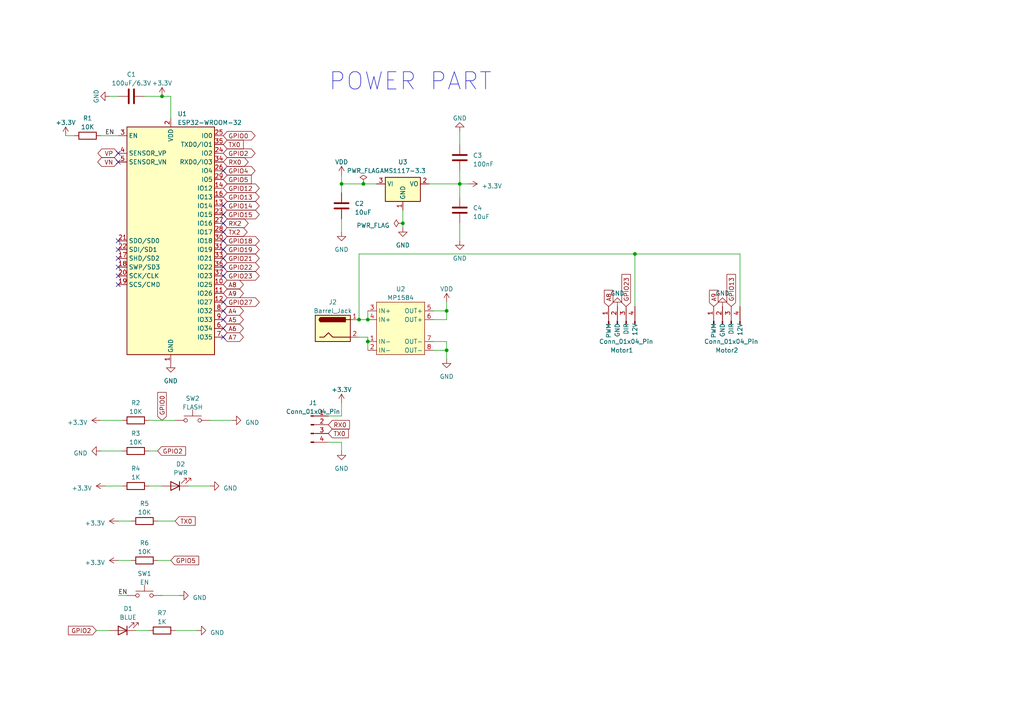
<source format=kicad_sch>
(kicad_sch (version 20230121) (generator eeschema)
  (paper "A4")
  (lib_symbols
    (symbol "Conn_01x04_Pin_1" (pin_names (offset 1.016))
      (property "Reference" "Motor1" (at -7.62 -1.27 90))
      (property "Value" "Conn_01x04_Pin" (at -5.08 -2.54 90))
      (symbol "Conn_01x04_Pin_1_1_1"
        (rectangle (start 0 -4.953) (end 0.8636 -5.207) (stroke (width 0.1524)) (fill (type outline)))
        (polyline (pts (xy 1.27 -5.08) (xy 0.8636 -5.08)) (stroke (width 0.1524)))
        (polyline (pts (xy 1.27 -2.54) (xy 0.8636 -2.54)) (stroke (width 0.1524)))
        (polyline (pts (xy 1.27 0) (xy 0.8636 0)) (stroke (width 0.1524)))
        (polyline (pts (xy 1.27 2.54) (xy 0.8636 2.54)) (stroke (width 0.1524)))
        (rectangle (start 0.8636 -2.413) (end 0 -2.667) (stroke (width 0.1524)) (fill (type outline)))
        (rectangle (start 0.8636 0.127) (end 0 -0.127) (stroke (width 0.1524)) (fill (type outline)))
        (rectangle (start 0.8636 2.667) (end 0 2.413) (stroke (width 0.1524)) (fill (type outline)))
        (pin passive line (at 5.08 2.54 180) (length 3.81) (name "PWM") (number "1"))
        (pin passive line (at 5.08 0 180) (length 3.81) (name "GND") (number "2"))
        (pin passive line (at 5.08 -2.54 180) (length 3.81) (name "DIR") (number "3"))
        (pin passive line (at 5.08 -5.08 180) (length 3.81) (name "12V") (number "4"))
      )
    )
    (symbol "Conn_01x04_Pin_2" (pin_names (offset 1.016))
      (property "Reference" "Motor2" (at -7.62 -1.27 90))
      (property "Value" "Conn_01x04_Pin" (at -5.08 -2.54 90))
      (symbol "Conn_01x04_Pin_2_1_1"
        (polyline (pts (xy 1.27 -5.08) (xy 0.8636 -5.08)) (stroke (width 0.1524)))
        (polyline (pts (xy 1.27 -2.54) (xy 0.8636 -2.54)) (stroke (width 0.1524)))
        (polyline (pts (xy 1.27 0) (xy 0.8636 0)) (stroke (width 0.1524)))
        (polyline (pts (xy 1.27 2.54) (xy 0.8636 2.54)) (stroke (width 0.1524)))
        (rectangle (start 0.8636 -4.953) (end 0 -5.207) (stroke (width 0.1524)) (fill (type outline)))
        (rectangle (start 0.8636 -2.413) (end 0 -2.667) (stroke (width 0.1524)) (fill (type outline)))
        (rectangle (start 0.8636 0.127) (end 0 -0.127) (stroke (width 0.1524)) (fill (type outline)))
        (rectangle (start 0.8636 2.667) (end 0 2.413) (stroke (width 0.1524)) (fill (type outline)))
        (pin passive line (at 5.08 2.54 180) (length 3.81) (name "PWM") (number "1"))
        (pin passive line (at 5.08 0 180) (length 3.81) (name "GND") (number "2"))
        (pin passive line (at 5.08 -2.54 180) (length 3.81) (name "DIR") (number "3"))
        (pin passive line (at 5.08 -5.08 180) (length 3.81) (name "12V") (number "4"))
      )
    )
    (symbol "Connector:Barrel_Jack" (pin_names (offset 1.016))
      (property "Reference" "J" (at 0 5.334 0))
      (property "Value" "Barrel_Jack" (at 0 -5.08 0))
      (symbol "Barrel_Jack_0_1"
        (rectangle (start -5.08 3.81) (end 5.08 -3.81) (stroke (width 0.254)) (fill (type background)))
        (arc (start -3.302 3.175) (mid -3.9343 2.54) (end -3.302 1.905) (stroke (width 0.254)))
        (arc (start -3.302 3.175) (mid -3.9343 2.54) (end -3.302 1.905) (stroke (width 0.254)) (fill (type outline)))
        (polyline (pts (xy 5.08 2.54) (xy 3.81 2.54)) (stroke (width 0.254)))
        (polyline (pts (xy -3.81 -2.54) (xy -2.54 -2.54) (xy -1.27 -1.27) (xy 0 -2.54) (xy 2.54 -2.54) (xy 5.08 -2.54)) (stroke (width 0.254)))
        (rectangle (start 3.683 3.175) (end -3.302 1.905) (stroke (width 0.254)) (fill (type outline)))
      )
      (symbol "Barrel_Jack_1_1"
        (pin passive line (at 7.62 2.54 180) (length 2.54) (name "~") (number "1"))
        (pin passive line (at 7.62 -2.54 180) (length 2.54) (name "~") (number "2"))
      )
    )
    (symbol "Connector:Conn_01x04_Pin" (pin_names (offset 1.016) hide)
      (property "Reference" "J" (at 0 5.08 0))
      (property "Value" "Conn_01x04_Pin" (at 0 -7.62 0))
      (symbol "Conn_01x04_Pin_1_1"
        (polyline (pts (xy 1.27 -5.08) (xy 0.8636 -5.08)) (stroke (width 0.1524)))
        (polyline (pts (xy 1.27 -2.54) (xy 0.8636 -2.54)) (stroke (width 0.1524)))
        (polyline (pts (xy 1.27 0) (xy 0.8636 0)) (stroke (width 0.1524)))
        (polyline (pts (xy 1.27 2.54) (xy 0.8636 2.54)) (stroke (width 0.1524)))
        (rectangle (start 0.8636 -4.953) (end 0 -5.207) (stroke (width 0.1524)) (fill (type outline)))
        (rectangle (start 0.8636 -2.413) (end 0 -2.667) (stroke (width 0.1524)) (fill (type outline)))
        (rectangle (start 0.8636 0.127) (end 0 -0.127) (stroke (width 0.1524)) (fill (type outline)))
        (rectangle (start 0.8636 2.667) (end 0 2.413) (stroke (width 0.1524)) (fill (type outline)))
        (pin passive line (at 5.08 2.54 180) (length 3.81) (name "Pin_1") (number "1"))
        (pin passive line (at 5.08 0 180) (length 3.81) (name "Pin_2") (number "2"))
        (pin passive line (at 5.08 -2.54 180) (length 3.81) (name "Pin_3") (number "3"))
        (pin passive line (at 5.08 -5.08 180) (length 3.81) (name "Pin_4") (number "4"))
      )
    )
    (symbol "Device:C" (pin_numbers hide) (pin_names (offset 0.254))
      (property "Reference" "C" (at 0.635 2.54 0))
      (property "Value" "C" (at 0.635 -2.54 0))
      (symbol "C_0_1"
        (polyline (pts (xy -2.032 -0.762) (xy 2.032 -0.762)) (stroke (width 0.508)))
        (polyline (pts (xy -2.032 0.762) (xy 2.032 0.762)) (stroke (width 0.508)))
      )
      (symbol "C_1_1"
        (pin passive line (at 0 3.81 270) (length 2.794) (name "~") (number "1"))
        (pin passive line (at 0 -3.81 90) (length 2.794) (name "~") (number "2"))
      )
    )
    (symbol "Device:LED" (pin_numbers hide) (pin_names (offset 1.016) hide)
      (property "Reference" "D" (at 0 2.54 0))
      (property "Value" "LED" (at 0 -2.54 0))
      (symbol "LED_0_1"
        (polyline (pts (xy -1.27 -1.27) (xy -1.27 1.27)) (stroke (width 0.254)))
        (polyline (pts (xy -1.27 0) (xy 1.27 0)))
        (polyline (pts (xy 1.27 -1.27) (xy 1.27 1.27) (xy -1.27 0) (xy 1.27 -1.27)) (stroke (width 0.254)))
        (polyline (pts (xy -3.048 -0.762) (xy -4.572 -2.286) (xy -3.81 -2.286) (xy -4.572 -2.286) (xy -4.572 -1.524)))
        (polyline (pts (xy -1.778 -0.762) (xy -3.302 -2.286) (xy -2.54 -2.286) (xy -3.302 -2.286) (xy -3.302 -1.524)))
      )
      (symbol "LED_1_1"
        (pin passive line (at -3.81 0 0) (length 2.54) (name "K") (number "1"))
        (pin passive line (at 3.81 0 180) (length 2.54) (name "A") (number "2"))
      )
    )
    (symbol "Device:R" (pin_numbers hide) (pin_names (offset 0))
      (property "Reference" "R" (at 2.032 0 90))
      (property "Value" "R" (at 0 0 90))
      (symbol "R_0_1"
        (rectangle (start -1.016 -2.54) (end 1.016 2.54) (stroke (width 0.254)))
      )
      (symbol "R_1_1"
        (pin passive line (at 0 3.81 270) (length 1.27) (name "~") (number "1"))
        (pin passive line (at 0 -3.81 90) (length 1.27) (name "~") (number "2"))
      )
    )
    (symbol "Lib:MP1584"
      (property "Reference" "U" (at 0 2.54 0))
      (property "Value" "MP1584" (at 2.54 5.08 0))
      (symbol "MP1584_1_1"
        (rectangle (start -3.81 1.27) (end 10.16 -13.97) (fill (type background)))
        (pin input line (at -6.35 -10.16 0) (length 2.54) (name "IN-") (number "1"))
        (pin input line (at -6.35 -12.7 0) (length 2.54) (name "IN-") (number "2"))
        (pin input line (at -6.35 -1.27 0) (length 2.54) (name "IN+") (number "3"))
        (pin input line (at -6.35 -3.81 0) (length 2.54) (name "IN+") (number "4"))
        (pin input line (at 12.7 -1.27 180) (length 2.54) (name "OUT+") (number "5"))
        (pin input line (at 12.7 -3.81 180) (length 2.54) (name "OUT+") (number "6"))
        (pin input line (at 12.7 -10.16 180) (length 2.54) (name "OUT-") (number "7"))
        (pin input line (at 12.7 -12.7 180) (length 2.54) (name "OUT-") (number "8"))
      )
    )
    (symbol "RF_Module:ESP32-WROOM-32"
      (property "Reference" "U" (at -12.7 34.29 0))
      (property "Value" "ESP32-WROOM-32" (at 1.27 34.29 0))
      (symbol "ESP32-WROOM-32_0_1"
        (rectangle (start -12.7 33.02) (end 12.7 -33.02) (stroke (width 0.254)) (fill (type background)))
      )
      (symbol "ESP32-WROOM-32_1_1"
        (pin power_in line (at 0 -35.56 90) (length 2.54) (name "GND") (number "1"))
        (pin bidirectional line (at 15.24 -12.7 180) (length 2.54) (name "IO25") (number "10"))
        (pin bidirectional line (at 15.24 -15.24 180) (length 2.54) (name "IO26") (number "11"))
        (pin bidirectional line (at 15.24 -17.78 180) (length 2.54) (name "IO27") (number "12"))
        (pin bidirectional line (at 15.24 10.16 180) (length 2.54) (name "IO14") (number "13"))
        (pin bidirectional line (at 15.24 15.24 180) (length 2.54) (name "IO12") (number "14"))
        (pin passive line (at 0 -35.56 90) (length 2.54) hide (name "GND") (number "15"))
        (pin bidirectional line (at 15.24 12.7 180) (length 2.54) (name "IO13") (number "16"))
        (pin bidirectional line (at -15.24 -5.08 0) (length 2.54) (name "SHD/SD2") (number "17"))
        (pin bidirectional line (at -15.24 -7.62 0) (length 2.54) (name "SWP/SD3") (number "18"))
        (pin bidirectional line (at -15.24 -12.7 0) (length 2.54) (name "SCS/CMD") (number "19"))
        (pin power_in line (at 0 35.56 270) (length 2.54) (name "VDD") (number "2"))
        (pin bidirectional line (at -15.24 -10.16 0) (length 2.54) (name "SCK/CLK") (number "20"))
        (pin bidirectional line (at -15.24 0 0) (length 2.54) (name "SDO/SD0") (number "21"))
        (pin bidirectional line (at -15.24 -2.54 0) (length 2.54) (name "SDI/SD1") (number "22"))
        (pin bidirectional line (at 15.24 7.62 180) (length 2.54) (name "IO15") (number "23"))
        (pin bidirectional line (at 15.24 25.4 180) (length 2.54) (name "IO2") (number "24"))
        (pin bidirectional line (at 15.24 30.48 180) (length 2.54) (name "IO0") (number "25"))
        (pin bidirectional line (at 15.24 20.32 180) (length 2.54) (name "IO4") (number "26"))
        (pin bidirectional line (at 15.24 5.08 180) (length 2.54) (name "IO16") (number "27"))
        (pin bidirectional line (at 15.24 2.54 180) (length 2.54) (name "IO17") (number "28"))
        (pin bidirectional line (at 15.24 17.78 180) (length 2.54) (name "IO5") (number "29"))
        (pin input line (at -15.24 30.48 0) (length 2.54) (name "EN") (number "3"))
        (pin bidirectional line (at 15.24 0 180) (length 2.54) (name "IO18") (number "30"))
        (pin bidirectional line (at 15.24 -2.54 180) (length 2.54) (name "IO19") (number "31"))
        (pin no_connect line (at -12.7 -27.94 0) (length 2.54) hide (name "NC") (number "32"))
        (pin bidirectional line (at 15.24 -5.08 180) (length 2.54) (name "IO21") (number "33"))
        (pin bidirectional line (at 15.24 22.86 180) (length 2.54) (name "RXD0/IO3") (number "34"))
        (pin bidirectional line (at 15.24 27.94 180) (length 2.54) (name "TXD0/IO1") (number "35"))
        (pin bidirectional line (at 15.24 -7.62 180) (length 2.54) (name "IO22") (number "36"))
        (pin bidirectional line (at 15.24 -10.16 180) (length 2.54) (name "IO23") (number "37"))
        (pin passive line (at 0 -35.56 90) (length 2.54) hide (name "GND") (number "38"))
        (pin passive line (at 0 -35.56 90) (length 2.54) hide (name "GND") (number "39"))
        (pin input line (at -15.24 25.4 0) (length 2.54) (name "SENSOR_VP") (number "4"))
        (pin input line (at -15.24 22.86 0) (length 2.54) (name "SENSOR_VN") (number "5"))
        (pin input line (at 15.24 -25.4 180) (length 2.54) (name "IO34") (number "6"))
        (pin input line (at 15.24 -27.94 180) (length 2.54) (name "IO35") (number "7"))
        (pin bidirectional line (at 15.24 -20.32 180) (length 2.54) (name "IO32") (number "8"))
        (pin bidirectional line (at 15.24 -22.86 180) (length 2.54) (name "IO33") (number "9"))
      )
    )
    (symbol "Regulator_Linear:AMS1117-3.3"
      (property "Reference" "U" (at -3.81 3.175 0))
      (property "Value" "AMS1117-3.3" (at 0 3.175 0))
      (symbol "AMS1117-3.3_0_1"
        (rectangle (start -5.08 -5.08) (end 5.08 1.905) (stroke (width 0.254)) (fill (type background)))
      )
      (symbol "AMS1117-3.3_1_1"
        (pin power_in line (at 0 -7.62 90) (length 2.54) (name "GND") (number "1"))
        (pin power_out line (at 7.62 0 180) (length 2.54) (name "VO") (number "2"))
        (pin power_in line (at -7.62 0 0) (length 2.54) (name "VI") (number "3"))
      )
    )
    (symbol "Switch:SW_Push" (pin_numbers hide) (pin_names (offset 1.016) hide)
      (property "Reference" "SW" (at 1.27 2.54 0))
      (property "Value" "SW_Push" (at 0 -1.524 0))
      (symbol "SW_Push_0_1"
        (circle (center -2.032 0) (radius 0.508))
        (polyline (pts (xy 0 1.27) (xy 0 3.048)))
        (polyline (pts (xy 2.54 1.27) (xy -2.54 1.27)))
        (circle (center 2.032 0) (radius 0.508))
        (pin passive line (at -5.08 0 0) (length 2.54) (name "1") (number "1"))
        (pin passive line (at 5.08 0 180) (length 2.54) (name "2") (number "2"))
      )
    )
    (symbol "power:+3.3V" (power) (pin_names (offset 0))
      (property "Value" "+3.3V" (at 0 3.556 0))
      (symbol "+3.3V_0_1"
        (polyline (pts (xy -0.762 1.27) (xy 0 2.54)))
        (polyline (pts (xy 0 0) (xy 0 2.54)))
        (polyline (pts (xy 0 2.54) (xy 0.762 1.27)))
      )
      (symbol "+3.3V_1_1"
        (pin power_in line (at 0 0 90) (length 0) hide (name "+3.3V") (number "1"))
      )
    )
    (symbol "power:GND" (power) (pin_names (offset 0))
      (property "Value" "GND" (at 0 -3.81 0))
      (symbol "GND_0_1"
        (polyline (pts (xy 0 0) (xy 0 -1.27) (xy 1.27 -1.27) (xy 0 -2.54) (xy -1.27 -1.27) (xy 0 -1.27)))
      )
      (symbol "GND_1_1"
        (pin power_in line (at 0 0 270) (length 0) hide (name "GND") (number "1"))
      )
    )
    (symbol "power:PWR_FLAG" (power) (pin_numbers hide) (pin_names (offset 0) hide)
      (property "Value" "PWR_FLAG" (at 0 3.81 0))
      (symbol "PWR_FLAG_0_0"
        (pin power_out line (at 0 0 90) (length 0) (name "pwr") (number "1"))
      )
      (symbol "PWR_FLAG_0_1"
        (polyline (pts (xy 0 0) (xy 0 1.27) (xy -1.016 1.905) (xy 0 2.54) (xy 1.016 1.905) (xy 0 1.27)))
      )
    )
    (symbol "power:VDD" (power) (pin_names (offset 0))
      (property "Value" "VDD" (at 0 3.81 0))
      (symbol "VDD_0_1"
        (polyline (pts (xy -0.762 1.27) (xy 0 2.54)))
        (polyline (pts (xy 0 0) (xy 0 2.54)))
        (polyline (pts (xy 0 2.54) (xy 0.762 1.27)))
      )
      (symbol "VDD_1_1"
        (pin power_in line (at 0 0 90) (length 0) hide (name "VDD") (number "1"))
      )
    )
  )
  (junction (at 129.54 90.17))
  (junction (at 99.06 53.34))
  (junction (at 184.15 73.66))
  (junction (at 104.14 92.71))
  (junction (at 106.68 99.06))
  (junction (at 106.68 92.71))
  (junction (at 105.41 53.34))
  (junction (at 116.84 64.77))
  (junction (at 133.35 53.34))
  (junction (at 129.54 101.6))
  (junction (at 46.99 27.94))
  (no_connect (at 64.77 92.71))
  (no_connect (at 64.77 95.25))
  (no_connect (at 34.29 69.85))
  (no_connect (at 64.77 87.63))
  (no_connect (at 34.29 80.01))
  (no_connect (at 64.77 64.77))
  (no_connect (at 34.29 77.47))
  (no_connect (at 64.77 59.69))
  (no_connect (at 64.77 49.53))
  (no_connect (at 34.29 44.45))
  (no_connect (at 64.77 90.17))
  (no_connect (at 64.77 74.93))
  (no_connect (at 64.77 77.47))
  (no_connect (at 64.77 67.31))
  (no_connect (at 64.77 80.01))
  (no_connect (at 64.77 97.79))
  (no_connect (at 34.29 74.93))
  (no_connect (at 64.77 69.85))
  (no_connect (at 34.29 82.55))
  (no_connect (at 64.77 62.23))
  (no_connect (at 64.77 72.39))
  (no_connect (at 34.29 46.99))
  (no_connect (at 34.29 72.39))
  (wire (pts (xy 29.21 130.81) (xy 35.56 130.81)))
  (wire (pts (xy 43.18 140.97) (xy 46.99 140.97)))
  (wire (pts (xy 54.61 140.97) (xy 60.96 140.97)))
  (wire (pts (xy 99.06 53.34) (xy 105.41 53.34)))
  (wire (pts (xy 29.21 39.37) (xy 34.29 39.37)))
  (wire (pts (xy 99.06 63.5) (xy 99.06 67.31)))
  (wire (pts (xy 106.68 92.71) (xy 106.68 90.17)))
  (wire (pts (xy 116.84 64.77) (xy 116.84 66.04)))
  (wire (pts (xy 104.14 92.71) (xy 106.68 92.71)))
  (wire (pts (xy 60.96 121.92) (xy 67.31 121.92)))
  (wire (pts (xy 106.68 99.06) (xy 106.68 101.6)))
  (wire (pts (xy 99.06 116.84) (xy 99.06 120.65)))
  (wire (pts (xy 129.54 92.71) (xy 129.54 90.17)))
  (wire (pts (xy 129.54 99.06) (xy 125.73 99.06)))
  (wire (pts (xy 49.53 27.94) (xy 49.53 34.29)))
  (wire (pts (xy 104.14 73.66) (xy 104.14 92.71)))
  (wire (pts (xy 133.35 53.34) (xy 133.35 57.15)))
  (wire (pts (xy 43.18 121.92) (xy 50.8 121.92)))
  (wire (pts (xy 49.53 27.94) (xy 46.99 27.94)))
  (wire (pts (xy 46.99 27.94) (xy 41.91 27.94)))
  (wire (pts (xy 99.06 120.65) (xy 95.25 120.65)))
  (wire (pts (xy 99.06 50.8) (xy 99.06 53.34)))
  (wire (pts (xy 133.35 38.1) (xy 133.35 41.91)))
  (wire (pts (xy 129.54 90.17) (xy 129.54 87.63)))
  (wire (pts (xy 133.35 49.53) (xy 133.35 53.34)))
  (wire (pts (xy 27.94 182.88) (xy 31.75 182.88)))
  (wire (pts (xy 129.54 101.6) (xy 129.54 99.06)))
  (wire (pts (xy 19.05 39.37) (xy 21.59 39.37)))
  (wire (pts (xy 125.73 92.71) (xy 129.54 92.71)))
  (wire (pts (xy 125.73 101.6) (xy 129.54 101.6)))
  (wire (pts (xy 34.29 162.56) (xy 38.1 162.56)))
  (wire (pts (xy 105.41 53.34) (xy 109.22 53.34)))
  (wire (pts (xy 29.21 121.92) (xy 35.56 121.92)))
  (wire (pts (xy 99.06 128.27) (xy 95.25 128.27)))
  (wire (pts (xy 214.63 73.66) (xy 184.15 73.66)))
  (wire (pts (xy 46.99 172.72) (xy 52.07 172.72)))
  (wire (pts (xy 133.35 64.77) (xy 133.35 69.85)))
  (wire (pts (xy 30.48 140.97) (xy 35.56 140.97)))
  (wire (pts (xy 50.8 182.88) (xy 57.15 182.88)))
  (wire (pts (xy 184.15 88.9) (xy 184.15 73.66)))
  (wire (pts (xy 39.37 182.88) (xy 43.18 182.88)))
  (wire (pts (xy 124.46 53.34) (xy 133.35 53.34)))
  (wire (pts (xy 106.68 97.79) (xy 106.68 99.06)))
  (wire (pts (xy 31.75 27.94) (xy 34.29 27.94)))
  (wire (pts (xy 214.63 88.9) (xy 214.63 73.66)))
  (wire (pts (xy 184.15 73.66) (xy 104.14 73.66)))
  (wire (pts (xy 104.14 97.79) (xy 106.68 97.79)))
  (wire (pts (xy 125.73 90.17) (xy 129.54 90.17)))
  (wire (pts (xy 133.35 53.34) (xy 135.89 53.34)))
  (wire (pts (xy 34.29 172.72) (xy 36.83 172.72)))
  (wire (pts (xy 99.06 53.34) (xy 99.06 55.88)))
  (wire (pts (xy 99.06 130.81) (xy 99.06 128.27)))
  (wire (pts (xy 129.54 104.14) (xy 129.54 101.6)))
  (wire (pts (xy 116.84 60.96) (xy 116.84 64.77)))
  (wire (pts (xy 45.72 151.13) (xy 50.8 151.13)))
  (wire (pts (xy 34.29 151.13) (xy 38.1 151.13)))
  (wire (pts (xy 45.72 162.56) (xy 49.53 162.56)))
  (wire (pts (xy 43.18 130.81) (xy 45.72 130.81)))
  (text "POWER PART" (at 95.25 26.67 0) (effects (font (size 5 5)) (justify left bottom)))
  (label "EN" (at 34.29 172.72 0))
  (label "EN" (at 30.48 39.37 0))
  (global_label "GPIO19" (shape bidirectional) (at 64.77 72.39 0) (property "Intersheetrefs" "${INTERSHEET_REFS}" (effects hide)))
  (global_label "A7" (shape bidirectional) (at 64.77 97.79 0) (property "Intersheetrefs" "${INTERSHEET_REFS}" (effects hide)))
  (global_label "GPIO13" (shape input) (at 212.09 88.9 90) (property "Intersheetrefs" "${INTERSHEET_REFS}" (effects hide)))
  (global_label "GPIO5" (shape input) (at 49.53 162.56 0) (property "Intersheetrefs" "${INTERSHEET_REFS}" (effects hide)))
  (global_label "GPIO0" (shape bidirectional) (at 64.77 39.37 0) (property "Intersheetrefs" "${INTERSHEET_REFS}" (effects hide)))
  (global_label "GPIO12" (shape bidirectional) (at 64.77 54.61 0) (property "Intersheetrefs" "${INTERSHEET_REFS}" (effects hide)))
  (global_label "A9" (shape input) (at 207.01 88.9 90) (property "Intersheetrefs" "${INTERSHEET_REFS}" (effects hide)))
  (global_label "GPIO23" (shape bidirectional) (at 64.77 80.01 0) (property "Intersheetrefs" "${INTERSHEET_REFS}" (effects hide)))
  (global_label "GPIO21" (shape bidirectional) (at 64.77 74.93 0) (property "Intersheetrefs" "${INTERSHEET_REFS}" (effects hide)))
  (global_label "TX2" (shape bidirectional) (at 64.77 67.31 0) (property "Intersheetrefs" "${INTERSHEET_REFS}" (effects hide)))
  (global_label "TX0" (shape input) (at 95.25 125.73 0) (property "Intersheetrefs" "${INTERSHEET_REFS}" (effects hide)))
  (global_label "A9" (shape bidirectional) (at 64.77 85.09 0) (property "Intersheetrefs" "${INTERSHEET_REFS}" (effects hide)))
  (global_label "RX2" (shape bidirectional) (at 64.77 64.77 0) (property "Intersheetrefs" "${INTERSHEET_REFS}" (effects hide)))
  (global_label "GPIO0" (shape input) (at 46.99 121.92 90) (property "Intersheetrefs" "${INTERSHEET_REFS}" (effects hide)))
  (global_label "GPIO15" (shape bidirectional) (at 64.77 62.23 0) (property "Intersheetrefs" "${INTERSHEET_REFS}" (effects hide)))
  (global_label "GPIO2" (shape input) (at 27.94 182.88 180) (property "Intersheetrefs" "${INTERSHEET_REFS}" (effects hide)))
  (global_label "GPIO27" (shape bidirectional) (at 64.77 87.63 0) (property "Intersheetrefs" "${INTERSHEET_REFS}" (effects hide)))
  (global_label "GPIO2" (shape input) (at 45.72 130.81 0) (property "Intersheetrefs" "${INTERSHEET_REFS}" (effects hide)))
  (global_label "RX0" (shape input) (at 95.25 123.19 0) (property "Intersheetrefs" "${INTERSHEET_REFS}" (effects hide)))
  (global_label "GPIO14" (shape bidirectional) (at 64.77 59.69 0) (property "Intersheetrefs" "${INTERSHEET_REFS}" (effects hide)))
  (global_label "GPIO23" (shape input) (at 181.61 88.9 90) (property "Intersheetrefs" "${INTERSHEET_REFS}" (effects hide)))
  (global_label "GPIO18" (shape bidirectional) (at 64.77 69.85 0) (property "Intersheetrefs" "${INTERSHEET_REFS}" (effects hide)))
  (global_label "GPIO2" (shape bidirectional) (at 64.77 44.45 0) (property "Intersheetrefs" "${INTERSHEET_REFS}" (effects hide)))
  (global_label "A6" (shape bidirectional) (at 64.77 95.25 0) (property "Intersheetrefs" "${INTERSHEET_REFS}" (effects hide)))
  (global_label "A5" (shape bidirectional) (at 64.77 92.71 0) (property "Intersheetrefs" "${INTERSHEET_REFS}" (effects hide)))
  (global_label "A4" (shape bidirectional) (at 64.77 90.17 0) (property "Intersheetrefs" "${INTERSHEET_REFS}" (effects hide)))
  (global_label "VN" (shape bidirectional) (at 34.29 46.99 180) (property "Intersheetrefs" "${INTERSHEET_REFS}" (effects hide)))
  (global_label "GPIO22" (shape bidirectional) (at 64.77 77.47 0) (property "Intersheetrefs" "${INTERSHEET_REFS}" (effects hide)))
  (global_label "VP" (shape bidirectional) (at 34.29 44.45 180) (property "Intersheetrefs" "${INTERSHEET_REFS}" (effects hide)))
  (global_label "TX0" (shape input) (at 50.8 151.13 0) (property "Intersheetrefs" "${INTERSHEET_REFS}" (effects hide)))
  (global_label "GPIO13" (shape bidirectional) (at 64.77 57.15 0) (property "Intersheetrefs" "${INTERSHEET_REFS}" (effects hide)))
  (global_label "A8" (shape bidirectional) (at 64.77 82.55 0) (property "Intersheetrefs" "${INTERSHEET_REFS}" (effects hide)))
  (global_label "A8" (shape input) (at 176.53 88.9 90) (property "Intersheetrefs" "${INTERSHEET_REFS}" (effects hide)))
  (global_label "RX0" (shape bidirectional) (at 64.77 46.99 0) (property "Intersheetrefs" "${INTERSHEET_REFS}" (effects hide)))
  (global_label "TX0" (shape input) (at 64.77 41.91 0) (property "Intersheetrefs" "${INTERSHEET_REFS}" (effects hide)))
  (global_label "GPIO4" (shape bidirectional) (at 64.77 49.53 0) (property "Intersheetrefs" "${INTERSHEET_REFS}" (effects hide)))
  (global_label "GPIO5" (shape input) (at 64.77 52.07 0) (property "Intersheetrefs" "${INTERSHEET_REFS}" (effects hide)))
  (symbol (lib_id "power:GND") (at 209.55 88.9 180) (unit 1)
    (property "Reference" "#PWR028" (effects hide))
    (property "Value" "GND" (at 209.55 85.09 0))
  )
  (symbol (lib_id "power:GND") (at 29.21 130.81 270) (unit 1)
    (property "Reference" "#PWR03" (effects hide))
    (property "Value" "GND" (at 25.4 131.445 90) (effects (justify right)))
  )
  (symbol (lib_id "Device:LED") (at 35.56 182.88 180) (unit 1)
    (property "Reference" "D1" (at 37.1475 176.53 0))
    (property "Value" "BLUE" (at 37.1475 179.07 0))
    (property "Footprint" "LED_SMD:LED_0805_2012Metric_Pad1.15x1.40mm_HandSolder" (effects hide))
  )
  (symbol (lib_id "Connector:Barrel_Jack") (at 96.52 95.25 0) (unit 1)
    (property "Reference" "J2" (at 96.52 87.63 0))
    (property "Value" "Barrel_Jack" (at 96.52 90.17 0))
    (property "Footprint" "Connector_BarrelJack:BarrelJack_GCT_DCJ200-10-A_Horizontal" (effects hide))
  )
  (symbol (lib_id "Device:R") (at 41.91 162.56 90) (unit 1)
    (property "Reference" "R6" (at 41.91 157.48 90))
    (property "Value" "10K" (at 41.91 160.02 90))
    (property "Footprint" "Resistor_SMD:R_0805_2012Metric_Pad1.20x1.40mm_HandSolder" (effects hide))
  )
  (symbol (lib_id "Device:LED") (at 50.8 140.97 180) (unit 1)
    (property "Reference" "D2" (at 52.3875 134.62 0))
    (property "Value" "PWR" (at 52.3875 137.16 0))
    (property "Footprint" "LED_SMD:LED_0805_2012Metric_Pad1.15x1.40mm_HandSolder" (effects hide))
  )
  (symbol (lib_id "power:GND") (at 60.96 140.97 90) (unit 1)
    (property "Reference" "#PWR012" (effects hide))
    (property "Value" "GND" (at 64.77 141.605 90) (effects (justify right)))
  )
  (symbol (lib_id "power:PWR_FLAG") (at 105.41 53.34 0) (unit 1)
    (property "Reference" "#FLG01" (effects hide))
    (property "Value" "PWR_FLAG" (at 105.41 49.53 0))
  )
  (symbol (lib_name "Conn_01x04_Pin_1") (lib_id "Connector:Conn_01x04_Pin") (at 179.07 93.98 90) (unit 1)
    (property "Reference" "Motor1" (at 180.34 101.6 90))
    (property "Value" "Conn_01x04_Pin" (at 181.61 99.06 90))
    (property "Footprint" "Connector_PinHeader_2.00mm:PinHeader_1x04_P2.00mm_Vertical" (effects hide))
  )
  (symbol (lib_id "power:VDD") (at 129.54 87.63 0) (unit 1)
    (property "Reference" "#PWR019" (effects hide))
    (property "Value" "VDD" (at 129.54 83.82 0))
  )
  (symbol (lib_id "Device:R") (at 39.37 130.81 90) (unit 1)
    (property "Reference" "R3" (at 39.37 125.73 90))
    (property "Value" "10K" (at 39.37 128.27 90))
    (property "Footprint" "Resistor_SMD:R_0805_2012Metric_Pad1.20x1.40mm_HandSolder" (effects hide))
  )
  (symbol (lib_id "power:GND") (at 99.06 130.81 0) (unit 1)
    (property "Reference" "#PWR017" (effects hide))
    (property "Value" "GND" (at 99.06 135.89 0))
  )
  (symbol (lib_id "power:+3.3V") (at 46.99 27.94 0) (unit 1)
    (property "Reference" "#PWR08" (effects hide))
    (property "Value" "+3.3V" (at 46.99 24.13 0))
  )
  (symbol (lib_id "power:PWR_FLAG") (at 116.84 64.77 90) (unit 1)
    (property "Reference" "#FLG02" (effects hide))
    (property "Value" "PWR_FLAG" (at 113.03 65.405 90) (effects (justify left)))
  )
  (symbol (lib_id "power:GND") (at 133.35 69.85 0) (unit 1)
    (property "Reference" "#PWR022" (effects hide))
    (property "Value" "GND" (at 133.35 74.93 0))
  )
  (symbol (lib_id "Device:R") (at 25.4 39.37 90) (unit 1)
    (property "Reference" "R1" (at 25.4 34.29 90))
    (property "Value" "10K" (at 25.4 36.83 90))
    (property "Footprint" "Resistor_SMD:R_0805_2012Metric_Pad1.20x1.40mm_HandSolder" (effects hide))
  )
  (symbol (lib_id "power:+3.3V") (at 34.29 162.56 90) (unit 1)
    (property "Reference" "#PWR07" (effects hide))
    (property "Value" "+3.3V" (at 30.48 163.195 90) (effects (justify left)))
  )
  (symbol (lib_id "Lib:MP1584") (at 113.03 88.9 0) (unit 1)
    (property "Reference" "U2" (at 116.205 83.82 0))
    (property "Value" "MP1584" (at 116.205 86.36 0))
    (property "Footprint" "Library:U1584" (effects hide))
  )
  (symbol (lib_id "Device:R") (at 39.37 140.97 90) (unit 1)
    (property "Reference" "R4" (at 39.37 135.89 90))
    (property "Value" "1K" (at 39.37 138.43 90))
    (property "Footprint" "Resistor_SMD:R_0805_2012Metric_Pad1.20x1.40mm_HandSolder" (effects hide))
  )
  (symbol (lib_id "Switch:SW_Push") (at 41.91 172.72 0) (unit 1)
    (property "Reference" "SW1" (at 41.91 166.37 0))
    (property "Value" "EN" (at 41.91 168.91 0))
    (property "Footprint" "Button_Switch_SMD:SW_DIP_SPSTx01_Slide_Copal_CHS-01B_W7.62mm_P1.27mm" (effects hide))
  )
  (symbol (lib_id "Device:C") (at 99.06 59.69 0) (unit 1)
    (property "Reference" "C2" (at 102.87 59.055 0) (effects (justify left)))
    (property "Value" "10uF" (at 102.87 61.595 0) (effects (justify left)))
    (property "Footprint" "Capacitor_SMD:C_0805_2012Metric_Pad1.18x1.45mm_HandSolder" (effects hide))
  )
  (symbol (lib_id "power:GND") (at 179.07 88.9 180) (unit 1)
    (property "Reference" "#PWR027" (effects hide))
    (property "Value" "GND" (at 179.07 85.09 0))
  )
  (symbol (lib_id "power:+3.3V") (at 99.06 116.84 0) (unit 1)
    (property "Reference" "#PWR016" (effects hide))
    (property "Value" "+3.3V" (at 99.06 113.03 0))
  )
  (symbol (lib_id "power:GND") (at 133.35 38.1 180) (unit 1)
    (property "Reference" "#PWR021" (effects hide))
    (property "Value" "GND" (at 133.35 34.29 0))
  )
  (symbol (lib_id "power:GND") (at 116.84 66.04 0) (unit 1)
    (property "Reference" "#PWR018" (effects hide))
    (property "Value" "GND" (at 116.84 71.12 0))
  )
  (symbol (lib_id "power:+3.3V") (at 34.29 151.13 90) (unit 1)
    (property "Reference" "#PWR06" (effects hide))
    (property "Value" "+3.3V" (at 30.48 151.765 90) (effects (justify left)))
  )
  (symbol (lib_id "Device:C") (at 133.35 45.72 0) (unit 1)
    (property "Reference" "C3" (at 137.16 45.085 0) (effects (justify left)))
    (property "Value" "100nF" (at 137.16 47.625 0) (effects (justify left)))
    (property "Footprint" "Capacitor_SMD:C_0805_2012Metric_Pad1.18x1.45mm_HandSolder" (effects hide))
  )
  (symbol (lib_id "power:+3.3V") (at 29.21 121.92 90) (unit 1)
    (property "Reference" "#PWR02" (effects hide))
    (property "Value" "+3.3V" (at 25.4 122.555 90) (effects (justify left)))
  )
  (symbol (lib_id "power:GND") (at 99.06 67.31 0) (unit 1)
    (property "Reference" "#PWR015" (effects hide))
    (property "Value" "GND" (at 99.06 72.39 0))
  )
  (symbol (lib_id "Device:R") (at 41.91 151.13 90) (unit 1)
    (property "Reference" "R5" (at 41.91 146.05 90))
    (property "Value" "10K" (at 41.91 148.59 90))
    (property "Footprint" "Resistor_SMD:R_0805_2012Metric_Pad1.20x1.40mm_HandSolder" (effects hide))
  )
  (symbol (lib_id "Device:C") (at 38.1 27.94 270) (unit 1)
    (property "Reference" "C1" (at 38.1 21.59 90))
    (property "Value" "100uF/6.3V" (at 38.1 24.13 90))
    (property "Footprint" "Capacitor_SMD:C_0805_2012Metric_Pad1.18x1.45mm_HandSolder" (effects hide))
  )
  (symbol (lib_id "power:GND") (at 52.07 172.72 90) (unit 1)
    (property "Reference" "#PWR010" (effects hide))
    (property "Value" "GND" (at 55.88 173.355 90) (effects (justify right)))
  )
  (symbol (lib_id "Device:R") (at 39.37 121.92 90) (unit 1)
    (property "Reference" "R2" (at 39.37 116.84 90))
    (property "Value" "10K" (at 39.37 119.38 90))
    (property "Footprint" "Resistor_SMD:R_0805_2012Metric_Pad1.20x1.40mm_HandSolder" (effects hide))
  )
  (symbol (lib_id "power:GND") (at 67.31 121.92 90) (unit 1)
    (property "Reference" "#PWR013" (effects hide))
    (property "Value" "GND" (at 71.12 122.555 90) (effects (justify right)))
  )
  (symbol (lib_id "Connector:Conn_01x04_Pin") (at 90.17 123.19 0) (unit 1)
    (property "Reference" "J1" (at 90.805 116.84 0))
    (property "Value" "Conn_01x04_Pin" (at 90.805 119.38 0))
    (property "Footprint" "Connector_PinHeader_2.00mm:PinHeader_1x04_P2.00mm_Vertical" (effects hide))
  )
  (symbol (lib_id "Device:C") (at 133.35 60.96 0) (unit 1)
    (property "Reference" "C4" (at 137.16 60.325 0) (effects (justify left)))
    (property "Value" "10uF" (at 137.16 62.865 0) (effects (justify left)))
    (property "Footprint" "Capacitor_SMD:C_0805_2012Metric_Pad1.18x1.45mm_HandSolder" (effects hide))
  )
  (symbol (lib_id "RF_Module:ESP32-WROOM-32") (at 49.53 69.85 0) (unit 1)
    (property "Reference" "U1" (at 51.4859 33.02 0) (effects (justify left)))
    (property "Value" "ESP32-WROOM-32" (at 51.4859 35.56 0) (effects (justify left)))
    (property "Footprint" "RF_Module:ESP32-WROOM-32" (effects hide))
    (property "Datasheet" "https://www.espressif.com/sites/default/files/documentation/esp32-wroom-32_datasheet_en.pdf" (effects hide))
  )
  (symbol (lib_id "power:VDD") (at 99.06 50.8 0) (unit 1)
    (property "Reference" "#PWR014" (effects hide))
    (property "Value" "VDD" (at 99.06 46.99 0))
  )
  (symbol (lib_id "power:GND") (at 57.15 182.88 90) (unit 1)
    (property "Reference" "#PWR011" (effects hide))
    (property "Value" "GND" (at 60.96 183.515 90) (effects (justify right)))
  )
  (symbol (lib_id "power:+3.3V") (at 19.05 39.37 0) (unit 1)
    (property "Reference" "#PWR01" (effects hide))
    (property "Value" "+3.3V" (at 19.05 35.56 0))
  )
  (symbol (lib_name "Conn_01x04_Pin_2") (lib_id "Connector:Conn_01x04_Pin") (at 209.55 93.98 90) (unit 1)
    (property "Reference" "Motor2" (at 210.82 101.6 90))
    (property "Value" "Conn_01x04_Pin" (at 212.09 99.06 90))
    (property "Footprint" "Connector_PinHeader_2.00mm:PinHeader_1x04_P2.00mm_Vertical" (effects hide))
  )
  (symbol (lib_id "power:GND") (at 31.75 27.94 270) (unit 1)
    (property "Reference" "#PWR05" (effects hide))
    (property "Value" "GND" (at 27.94 27.94 0))
  )
  (symbol (lib_id "power:GND") (at 129.54 104.14 0) (unit 1)
    (property "Reference" "#PWR020" (effects hide))
    (property "Value" "GND" (at 129.54 109.22 0))
  )
  (symbol (lib_id "Switch:SW_Push") (at 55.88 121.92 0) (unit 1)
    (property "Reference" "SW2" (at 55.88 115.57 0))
    (property "Value" "FLASH" (at 55.88 118.11 0))
    (property "Footprint" "Button_Switch_SMD:SW_DIP_SPSTx01_Slide_Copal_CHS-01B_W7.62mm_P1.27mm" (effects hide))
  )
  (symbol (lib_id "power:+3.3V") (at 135.89 53.34 270) (unit 1)
    (property "Reference" "#PWR023" (effects hide))
    (property "Value" "+3.3V" (at 139.7 53.975 90) (effects (justify left)))
  )
  (symbol (lib_id "power:+3.3V") (at 30.48 140.97 90) (unit 1)
    (property "Reference" "#PWR04" (effects hide))
    (property "Value" "+3.3V" (at 26.67 141.605 90) (effects (justify left)))
  )
  (symbol (lib_id "Device:R") (at 46.99 182.88 90) (unit 1)
    (property "Reference" "R7" (at 46.99 177.8 90))
    (property "Value" "1K" (at 46.99 180.34 90))
    (property "Footprint" "Resistor_SMD:R_0805_2012Metric_Pad1.20x1.40mm_HandSolder" (effects hide))
  )
  (symbol (lib_id "Regulator_Linear:AMS1117-3.3") (at 116.84 53.34 0) (unit 1)
    (property "Reference" "U3" (at 116.84 46.99 0))
    (property "Value" "AMS1117-3.3" (at 116.84 49.53 0))
    (property "Footprint" "Package_TO_SOT_SMD:SOT-223-3_TabPin2" (effects hide))
    (property "Datasheet" "http://www.advanced-monolithic.com/pdf/ds1117.pdf" (effects hide))
  )
  (symbol (lib_id "power:GND") (at 49.53 105.41 0) (unit 1)
    (property "Reference" "#PWR09" (effects hide))
    (property "Value" "GND" (at 49.53 110.49 0))
  )
)
</source>
